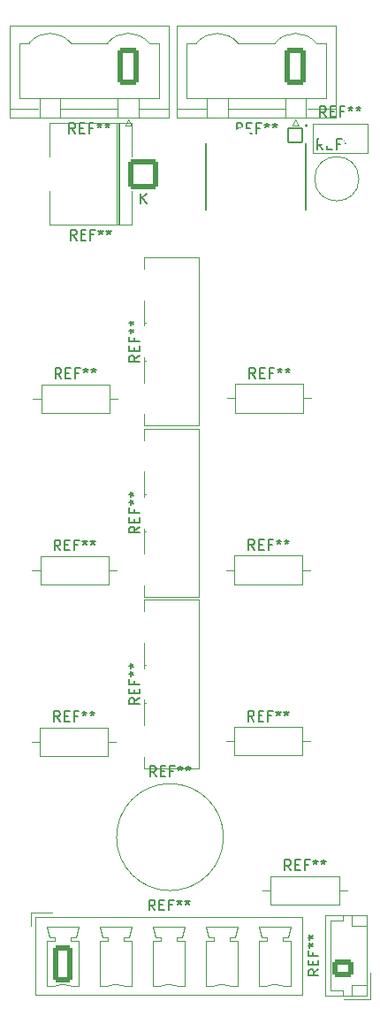
<source format=gbr>
G04 #@! TF.GenerationSoftware,KiCad,Pcbnew,9.0.3*
G04 #@! TF.CreationDate,2025-10-12T17:28:26-05:00*
G04 #@! TF.ProjectId,OSO-SWAT-C1,4f534f2d-5357-4415-942d-43312e6b6963,rev?*
G04 #@! TF.SameCoordinates,Original*
G04 #@! TF.FileFunction,Legend,Top*
G04 #@! TF.FilePolarity,Positive*
%FSLAX46Y46*%
G04 Gerber Fmt 4.6, Leading zero omitted, Abs format (unit mm)*
G04 Created by KiCad (PCBNEW 9.0.3) date 2025-10-12 17:28:26*
%MOMM*%
%LPD*%
G01*
G04 APERTURE LIST*
G04 Aperture macros list*
%AMRoundRect*
0 Rectangle with rounded corners*
0 $1 Rounding radius*
0 $2 $3 $4 $5 $6 $7 $8 $9 X,Y pos of 4 corners*
0 Add a 4 corners polygon primitive as box body*
4,1,4,$2,$3,$4,$5,$6,$7,$8,$9,$2,$3,0*
0 Add four circle primitives for the rounded corners*
1,1,$1+$1,$2,$3*
1,1,$1+$1,$4,$5*
1,1,$1+$1,$6,$7*
1,1,$1+$1,$8,$9*
0 Add four rect primitives between the rounded corners*
20,1,$1+$1,$2,$3,$4,$5,0*
20,1,$1+$1,$4,$5,$6,$7,0*
20,1,$1+$1,$6,$7,$8,$9,0*
20,1,$1+$1,$8,$9,$2,$3,0*%
G04 Aperture macros list end*
%ADD10C,0.150000*%
%ADD11C,0.120000*%
%ADD12C,0.127000*%
%ADD13C,0.200000*%
%ADD14C,1.600000*%
%ADD15O,2.000000X1.700000*%
%ADD16RoundRect,0.250000X0.750000X-0.600000X0.750000X0.600000X-0.750000X0.600000X-0.750000X-0.600000X0*%
%ADD17C,1.200000*%
%ADD18R,4.500000X2.500000*%
%ADD19O,4.500000X2.500000*%
%ADD20RoundRect,0.250000X-0.650000X-1.550000X0.650000X-1.550000X0.650000X1.550000X-0.650000X1.550000X0*%
%ADD21O,1.800000X3.600000*%
%ADD22RoundRect,0.250001X1.149999X1.149999X-1.149999X1.149999X-1.149999X-1.149999X1.149999X-1.149999X0*%
%ADD23C,2.800000*%
%ADD24RoundRect,0.250000X0.750000X1.550000X-0.750000X1.550000X-0.750000X-1.550000X0.750000X-1.550000X0*%
%ADD25O,2.000000X3.600000*%
%ADD26RoundRect,0.102000X-0.654000X0.654000X-0.654000X-0.654000X0.654000X-0.654000X0.654000X0.654000X0*%
%ADD27C,1.512000*%
G04 APERTURE END LIST*
D10*
X110736666Y-152554819D02*
X110403333Y-152078628D01*
X110165238Y-152554819D02*
X110165238Y-151554819D01*
X110165238Y-151554819D02*
X110546190Y-151554819D01*
X110546190Y-151554819D02*
X110641428Y-151602438D01*
X110641428Y-151602438D02*
X110689047Y-151650057D01*
X110689047Y-151650057D02*
X110736666Y-151745295D01*
X110736666Y-151745295D02*
X110736666Y-151888152D01*
X110736666Y-151888152D02*
X110689047Y-151983390D01*
X110689047Y-151983390D02*
X110641428Y-152031009D01*
X110641428Y-152031009D02*
X110546190Y-152078628D01*
X110546190Y-152078628D02*
X110165238Y-152078628D01*
X111165238Y-152031009D02*
X111498571Y-152031009D01*
X111641428Y-152554819D02*
X111165238Y-152554819D01*
X111165238Y-152554819D02*
X111165238Y-151554819D01*
X111165238Y-151554819D02*
X111641428Y-151554819D01*
X112403333Y-152031009D02*
X112070000Y-152031009D01*
X112070000Y-152554819D02*
X112070000Y-151554819D01*
X112070000Y-151554819D02*
X112546190Y-151554819D01*
X113070000Y-151554819D02*
X113070000Y-151792914D01*
X112831905Y-151697676D02*
X113070000Y-151792914D01*
X113070000Y-151792914D02*
X113308095Y-151697676D01*
X112927143Y-151983390D02*
X113070000Y-151792914D01*
X113070000Y-151792914D02*
X113212857Y-151983390D01*
X113831905Y-151554819D02*
X113831905Y-151792914D01*
X113593810Y-151697676D02*
X113831905Y-151792914D01*
X113831905Y-151792914D02*
X114070000Y-151697676D01*
X113689048Y-151983390D02*
X113831905Y-151792914D01*
X113831905Y-151792914D02*
X113974762Y-151983390D01*
X113384819Y-162053333D02*
X112908628Y-162386666D01*
X113384819Y-162624761D02*
X112384819Y-162624761D01*
X112384819Y-162624761D02*
X112384819Y-162243809D01*
X112384819Y-162243809D02*
X112432438Y-162148571D01*
X112432438Y-162148571D02*
X112480057Y-162100952D01*
X112480057Y-162100952D02*
X112575295Y-162053333D01*
X112575295Y-162053333D02*
X112718152Y-162053333D01*
X112718152Y-162053333D02*
X112813390Y-162100952D01*
X112813390Y-162100952D02*
X112861009Y-162148571D01*
X112861009Y-162148571D02*
X112908628Y-162243809D01*
X112908628Y-162243809D02*
X112908628Y-162624761D01*
X112861009Y-161624761D02*
X112861009Y-161291428D01*
X113384819Y-161148571D02*
X113384819Y-161624761D01*
X113384819Y-161624761D02*
X112384819Y-161624761D01*
X112384819Y-161624761D02*
X112384819Y-161148571D01*
X112861009Y-160386666D02*
X112861009Y-160719999D01*
X113384819Y-160719999D02*
X112384819Y-160719999D01*
X112384819Y-160719999D02*
X112384819Y-160243809D01*
X112384819Y-159719999D02*
X112622914Y-159719999D01*
X112527676Y-159958094D02*
X112622914Y-159719999D01*
X112622914Y-159719999D02*
X112527676Y-159481904D01*
X112813390Y-159862856D02*
X112622914Y-159719999D01*
X112622914Y-159719999D02*
X112813390Y-159577142D01*
X112384819Y-158958094D02*
X112622914Y-158958094D01*
X112527676Y-159196189D02*
X112622914Y-158958094D01*
X112622914Y-158958094D02*
X112527676Y-158719999D01*
X112813390Y-159100951D02*
X112622914Y-158958094D01*
X112622914Y-158958094D02*
X112813390Y-158815237D01*
X114101666Y-80424819D02*
X113768333Y-79948628D01*
X113530238Y-80424819D02*
X113530238Y-79424819D01*
X113530238Y-79424819D02*
X113911190Y-79424819D01*
X113911190Y-79424819D02*
X114006428Y-79472438D01*
X114006428Y-79472438D02*
X114054047Y-79520057D01*
X114054047Y-79520057D02*
X114101666Y-79615295D01*
X114101666Y-79615295D02*
X114101666Y-79758152D01*
X114101666Y-79758152D02*
X114054047Y-79853390D01*
X114054047Y-79853390D02*
X114006428Y-79901009D01*
X114006428Y-79901009D02*
X113911190Y-79948628D01*
X113911190Y-79948628D02*
X113530238Y-79948628D01*
X114530238Y-79901009D02*
X114863571Y-79901009D01*
X115006428Y-80424819D02*
X114530238Y-80424819D01*
X114530238Y-80424819D02*
X114530238Y-79424819D01*
X114530238Y-79424819D02*
X115006428Y-79424819D01*
X115768333Y-79901009D02*
X115435000Y-79901009D01*
X115435000Y-80424819D02*
X115435000Y-79424819D01*
X115435000Y-79424819D02*
X115911190Y-79424819D01*
X116435000Y-79424819D02*
X116435000Y-79662914D01*
X116196905Y-79567676D02*
X116435000Y-79662914D01*
X116435000Y-79662914D02*
X116673095Y-79567676D01*
X116292143Y-79853390D02*
X116435000Y-79662914D01*
X116435000Y-79662914D02*
X116577857Y-79853390D01*
X117196905Y-79424819D02*
X117196905Y-79662914D01*
X116958810Y-79567676D02*
X117196905Y-79662914D01*
X117196905Y-79662914D02*
X117435000Y-79567676D01*
X117054048Y-79853390D02*
X117196905Y-79662914D01*
X117196905Y-79662914D02*
X117339762Y-79853390D01*
X113791666Y-83554819D02*
X113458333Y-83078628D01*
X113220238Y-83554819D02*
X113220238Y-82554819D01*
X113220238Y-82554819D02*
X113601190Y-82554819D01*
X113601190Y-82554819D02*
X113696428Y-82602438D01*
X113696428Y-82602438D02*
X113744047Y-82650057D01*
X113744047Y-82650057D02*
X113791666Y-82745295D01*
X113791666Y-82745295D02*
X113791666Y-82888152D01*
X113791666Y-82888152D02*
X113744047Y-82983390D01*
X113744047Y-82983390D02*
X113696428Y-83031009D01*
X113696428Y-83031009D02*
X113601190Y-83078628D01*
X113601190Y-83078628D02*
X113220238Y-83078628D01*
X114220238Y-83031009D02*
X114553571Y-83031009D01*
X114696428Y-83554819D02*
X114220238Y-83554819D01*
X114220238Y-83554819D02*
X114220238Y-82554819D01*
X114220238Y-82554819D02*
X114696428Y-82554819D01*
X115458333Y-83031009D02*
X115125000Y-83031009D01*
X115125000Y-83554819D02*
X115125000Y-82554819D01*
X115125000Y-82554819D02*
X115601190Y-82554819D01*
X116125000Y-82554819D02*
X116125000Y-82792914D01*
X115886905Y-82697676D02*
X116125000Y-82792914D01*
X116125000Y-82792914D02*
X116363095Y-82697676D01*
X115982143Y-82983390D02*
X116125000Y-82792914D01*
X116125000Y-82792914D02*
X116267857Y-82983390D01*
X116886905Y-82554819D02*
X116886905Y-82792914D01*
X116648810Y-82697676D02*
X116886905Y-82792914D01*
X116886905Y-82792914D02*
X117125000Y-82697676D01*
X116744048Y-82983390D02*
X116886905Y-82792914D01*
X116886905Y-82792914D02*
X117029762Y-82983390D01*
X96239819Y-103263333D02*
X95763628Y-103596666D01*
X96239819Y-103834761D02*
X95239819Y-103834761D01*
X95239819Y-103834761D02*
X95239819Y-103453809D01*
X95239819Y-103453809D02*
X95287438Y-103358571D01*
X95287438Y-103358571D02*
X95335057Y-103310952D01*
X95335057Y-103310952D02*
X95430295Y-103263333D01*
X95430295Y-103263333D02*
X95573152Y-103263333D01*
X95573152Y-103263333D02*
X95668390Y-103310952D01*
X95668390Y-103310952D02*
X95716009Y-103358571D01*
X95716009Y-103358571D02*
X95763628Y-103453809D01*
X95763628Y-103453809D02*
X95763628Y-103834761D01*
X95716009Y-102834761D02*
X95716009Y-102501428D01*
X96239819Y-102358571D02*
X96239819Y-102834761D01*
X96239819Y-102834761D02*
X95239819Y-102834761D01*
X95239819Y-102834761D02*
X95239819Y-102358571D01*
X95716009Y-101596666D02*
X95716009Y-101929999D01*
X96239819Y-101929999D02*
X95239819Y-101929999D01*
X95239819Y-101929999D02*
X95239819Y-101453809D01*
X95239819Y-100929999D02*
X95477914Y-100929999D01*
X95382676Y-101168094D02*
X95477914Y-100929999D01*
X95477914Y-100929999D02*
X95382676Y-100691904D01*
X95668390Y-101072856D02*
X95477914Y-100929999D01*
X95477914Y-100929999D02*
X95668390Y-100787142D01*
X95239819Y-100168094D02*
X95477914Y-100168094D01*
X95382676Y-100406189D02*
X95477914Y-100168094D01*
X95477914Y-100168094D02*
X95382676Y-99929999D01*
X95668390Y-100310951D02*
X95477914Y-100168094D01*
X95477914Y-100168094D02*
X95668390Y-100025237D01*
X88651666Y-121924819D02*
X88318333Y-121448628D01*
X88080238Y-121924819D02*
X88080238Y-120924819D01*
X88080238Y-120924819D02*
X88461190Y-120924819D01*
X88461190Y-120924819D02*
X88556428Y-120972438D01*
X88556428Y-120972438D02*
X88604047Y-121020057D01*
X88604047Y-121020057D02*
X88651666Y-121115295D01*
X88651666Y-121115295D02*
X88651666Y-121258152D01*
X88651666Y-121258152D02*
X88604047Y-121353390D01*
X88604047Y-121353390D02*
X88556428Y-121401009D01*
X88556428Y-121401009D02*
X88461190Y-121448628D01*
X88461190Y-121448628D02*
X88080238Y-121448628D01*
X89080238Y-121401009D02*
X89413571Y-121401009D01*
X89556428Y-121924819D02*
X89080238Y-121924819D01*
X89080238Y-121924819D02*
X89080238Y-120924819D01*
X89080238Y-120924819D02*
X89556428Y-120924819D01*
X90318333Y-121401009D02*
X89985000Y-121401009D01*
X89985000Y-121924819D02*
X89985000Y-120924819D01*
X89985000Y-120924819D02*
X90461190Y-120924819D01*
X90985000Y-120924819D02*
X90985000Y-121162914D01*
X90746905Y-121067676D02*
X90985000Y-121162914D01*
X90985000Y-121162914D02*
X91223095Y-121067676D01*
X90842143Y-121353390D02*
X90985000Y-121162914D01*
X90985000Y-121162914D02*
X91127857Y-121353390D01*
X91746905Y-120924819D02*
X91746905Y-121162914D01*
X91508810Y-121067676D02*
X91746905Y-121162914D01*
X91746905Y-121162914D02*
X91985000Y-121067676D01*
X91604048Y-121353390D02*
X91746905Y-121162914D01*
X91746905Y-121162914D02*
X91889762Y-121353390D01*
X107201666Y-138284819D02*
X106868333Y-137808628D01*
X106630238Y-138284819D02*
X106630238Y-137284819D01*
X106630238Y-137284819D02*
X107011190Y-137284819D01*
X107011190Y-137284819D02*
X107106428Y-137332438D01*
X107106428Y-137332438D02*
X107154047Y-137380057D01*
X107154047Y-137380057D02*
X107201666Y-137475295D01*
X107201666Y-137475295D02*
X107201666Y-137618152D01*
X107201666Y-137618152D02*
X107154047Y-137713390D01*
X107154047Y-137713390D02*
X107106428Y-137761009D01*
X107106428Y-137761009D02*
X107011190Y-137808628D01*
X107011190Y-137808628D02*
X106630238Y-137808628D01*
X107630238Y-137761009D02*
X107963571Y-137761009D01*
X108106428Y-138284819D02*
X107630238Y-138284819D01*
X107630238Y-138284819D02*
X107630238Y-137284819D01*
X107630238Y-137284819D02*
X108106428Y-137284819D01*
X108868333Y-137761009D02*
X108535000Y-137761009D01*
X108535000Y-138284819D02*
X108535000Y-137284819D01*
X108535000Y-137284819D02*
X109011190Y-137284819D01*
X109535000Y-137284819D02*
X109535000Y-137522914D01*
X109296905Y-137427676D02*
X109535000Y-137522914D01*
X109535000Y-137522914D02*
X109773095Y-137427676D01*
X109392143Y-137713390D02*
X109535000Y-137522914D01*
X109535000Y-137522914D02*
X109677857Y-137713390D01*
X110296905Y-137284819D02*
X110296905Y-137522914D01*
X110058810Y-137427676D02*
X110296905Y-137522914D01*
X110296905Y-137522914D02*
X110535000Y-137427676D01*
X110154048Y-137713390D02*
X110296905Y-137522914D01*
X110296905Y-137522914D02*
X110439762Y-137713390D01*
X88741666Y-105484819D02*
X88408333Y-105008628D01*
X88170238Y-105484819D02*
X88170238Y-104484819D01*
X88170238Y-104484819D02*
X88551190Y-104484819D01*
X88551190Y-104484819D02*
X88646428Y-104532438D01*
X88646428Y-104532438D02*
X88694047Y-104580057D01*
X88694047Y-104580057D02*
X88741666Y-104675295D01*
X88741666Y-104675295D02*
X88741666Y-104818152D01*
X88741666Y-104818152D02*
X88694047Y-104913390D01*
X88694047Y-104913390D02*
X88646428Y-104961009D01*
X88646428Y-104961009D02*
X88551190Y-105008628D01*
X88551190Y-105008628D02*
X88170238Y-105008628D01*
X89170238Y-104961009D02*
X89503571Y-104961009D01*
X89646428Y-105484819D02*
X89170238Y-105484819D01*
X89170238Y-105484819D02*
X89170238Y-104484819D01*
X89170238Y-104484819D02*
X89646428Y-104484819D01*
X90408333Y-104961009D02*
X90075000Y-104961009D01*
X90075000Y-105484819D02*
X90075000Y-104484819D01*
X90075000Y-104484819D02*
X90551190Y-104484819D01*
X91075000Y-104484819D02*
X91075000Y-104722914D01*
X90836905Y-104627676D02*
X91075000Y-104722914D01*
X91075000Y-104722914D02*
X91313095Y-104627676D01*
X90932143Y-104913390D02*
X91075000Y-104722914D01*
X91075000Y-104722914D02*
X91217857Y-104913390D01*
X91836905Y-104484819D02*
X91836905Y-104722914D01*
X91598810Y-104627676D02*
X91836905Y-104722914D01*
X91836905Y-104722914D02*
X92075000Y-104627676D01*
X91694048Y-104913390D02*
X91836905Y-104722914D01*
X91836905Y-104722914D02*
X91979762Y-104913390D01*
X97714166Y-156392319D02*
X97380833Y-155916128D01*
X97142738Y-156392319D02*
X97142738Y-155392319D01*
X97142738Y-155392319D02*
X97523690Y-155392319D01*
X97523690Y-155392319D02*
X97618928Y-155439938D01*
X97618928Y-155439938D02*
X97666547Y-155487557D01*
X97666547Y-155487557D02*
X97714166Y-155582795D01*
X97714166Y-155582795D02*
X97714166Y-155725652D01*
X97714166Y-155725652D02*
X97666547Y-155820890D01*
X97666547Y-155820890D02*
X97618928Y-155868509D01*
X97618928Y-155868509D02*
X97523690Y-155916128D01*
X97523690Y-155916128D02*
X97142738Y-155916128D01*
X98142738Y-155868509D02*
X98476071Y-155868509D01*
X98618928Y-156392319D02*
X98142738Y-156392319D01*
X98142738Y-156392319D02*
X98142738Y-155392319D01*
X98142738Y-155392319D02*
X98618928Y-155392319D01*
X99380833Y-155868509D02*
X99047500Y-155868509D01*
X99047500Y-156392319D02*
X99047500Y-155392319D01*
X99047500Y-155392319D02*
X99523690Y-155392319D01*
X100047500Y-155392319D02*
X100047500Y-155630414D01*
X99809405Y-155535176D02*
X100047500Y-155630414D01*
X100047500Y-155630414D02*
X100285595Y-155535176D01*
X99904643Y-155820890D02*
X100047500Y-155630414D01*
X100047500Y-155630414D02*
X100190357Y-155820890D01*
X100809405Y-155392319D02*
X100809405Y-155630414D01*
X100571310Y-155535176D02*
X100809405Y-155630414D01*
X100809405Y-155630414D02*
X101047500Y-155535176D01*
X100666548Y-155820890D02*
X100809405Y-155630414D01*
X100809405Y-155630414D02*
X100952262Y-155820890D01*
X90186666Y-92219819D02*
X89853333Y-91743628D01*
X89615238Y-92219819D02*
X89615238Y-91219819D01*
X89615238Y-91219819D02*
X89996190Y-91219819D01*
X89996190Y-91219819D02*
X90091428Y-91267438D01*
X90091428Y-91267438D02*
X90139047Y-91315057D01*
X90139047Y-91315057D02*
X90186666Y-91410295D01*
X90186666Y-91410295D02*
X90186666Y-91553152D01*
X90186666Y-91553152D02*
X90139047Y-91648390D01*
X90139047Y-91648390D02*
X90091428Y-91696009D01*
X90091428Y-91696009D02*
X89996190Y-91743628D01*
X89996190Y-91743628D02*
X89615238Y-91743628D01*
X90615238Y-91696009D02*
X90948571Y-91696009D01*
X91091428Y-92219819D02*
X90615238Y-92219819D01*
X90615238Y-92219819D02*
X90615238Y-91219819D01*
X90615238Y-91219819D02*
X91091428Y-91219819D01*
X91853333Y-91696009D02*
X91520000Y-91696009D01*
X91520000Y-92219819D02*
X91520000Y-91219819D01*
X91520000Y-91219819D02*
X91996190Y-91219819D01*
X92520000Y-91219819D02*
X92520000Y-91457914D01*
X92281905Y-91362676D02*
X92520000Y-91457914D01*
X92520000Y-91457914D02*
X92758095Y-91362676D01*
X92377143Y-91648390D02*
X92520000Y-91457914D01*
X92520000Y-91457914D02*
X92662857Y-91648390D01*
X93281905Y-91219819D02*
X93281905Y-91457914D01*
X93043810Y-91362676D02*
X93281905Y-91457914D01*
X93281905Y-91457914D02*
X93520000Y-91362676D01*
X93139048Y-91648390D02*
X93281905Y-91457914D01*
X93281905Y-91457914D02*
X93424762Y-91648390D01*
X96338095Y-88734819D02*
X96338095Y-87734819D01*
X96909523Y-88734819D02*
X96480952Y-88163390D01*
X96909523Y-87734819D02*
X96338095Y-88306247D01*
X96239819Y-119663333D02*
X95763628Y-119996666D01*
X96239819Y-120234761D02*
X95239819Y-120234761D01*
X95239819Y-120234761D02*
X95239819Y-119853809D01*
X95239819Y-119853809D02*
X95287438Y-119758571D01*
X95287438Y-119758571D02*
X95335057Y-119710952D01*
X95335057Y-119710952D02*
X95430295Y-119663333D01*
X95430295Y-119663333D02*
X95573152Y-119663333D01*
X95573152Y-119663333D02*
X95668390Y-119710952D01*
X95668390Y-119710952D02*
X95716009Y-119758571D01*
X95716009Y-119758571D02*
X95763628Y-119853809D01*
X95763628Y-119853809D02*
X95763628Y-120234761D01*
X95716009Y-119234761D02*
X95716009Y-118901428D01*
X96239819Y-118758571D02*
X96239819Y-119234761D01*
X96239819Y-119234761D02*
X95239819Y-119234761D01*
X95239819Y-119234761D02*
X95239819Y-118758571D01*
X95716009Y-117996666D02*
X95716009Y-118329999D01*
X96239819Y-118329999D02*
X95239819Y-118329999D01*
X95239819Y-118329999D02*
X95239819Y-117853809D01*
X95239819Y-117329999D02*
X95477914Y-117329999D01*
X95382676Y-117568094D02*
X95477914Y-117329999D01*
X95477914Y-117329999D02*
X95382676Y-117091904D01*
X95668390Y-117472856D02*
X95477914Y-117329999D01*
X95477914Y-117329999D02*
X95668390Y-117187142D01*
X95239819Y-116568094D02*
X95477914Y-116568094D01*
X95382676Y-116806189D02*
X95477914Y-116568094D01*
X95477914Y-116568094D02*
X95382676Y-116329999D01*
X95668390Y-116710951D02*
X95477914Y-116568094D01*
X95477914Y-116568094D02*
X95668390Y-116425237D01*
X96239819Y-136063333D02*
X95763628Y-136396666D01*
X96239819Y-136634761D02*
X95239819Y-136634761D01*
X95239819Y-136634761D02*
X95239819Y-136253809D01*
X95239819Y-136253809D02*
X95287438Y-136158571D01*
X95287438Y-136158571D02*
X95335057Y-136110952D01*
X95335057Y-136110952D02*
X95430295Y-136063333D01*
X95430295Y-136063333D02*
X95573152Y-136063333D01*
X95573152Y-136063333D02*
X95668390Y-136110952D01*
X95668390Y-136110952D02*
X95716009Y-136158571D01*
X95716009Y-136158571D02*
X95763628Y-136253809D01*
X95763628Y-136253809D02*
X95763628Y-136634761D01*
X95716009Y-135634761D02*
X95716009Y-135301428D01*
X96239819Y-135158571D02*
X96239819Y-135634761D01*
X96239819Y-135634761D02*
X95239819Y-135634761D01*
X95239819Y-135634761D02*
X95239819Y-135158571D01*
X95716009Y-134396666D02*
X95716009Y-134729999D01*
X96239819Y-134729999D02*
X95239819Y-134729999D01*
X95239819Y-134729999D02*
X95239819Y-134253809D01*
X95239819Y-133729999D02*
X95477914Y-133729999D01*
X95382676Y-133968094D02*
X95477914Y-133729999D01*
X95477914Y-133729999D02*
X95382676Y-133491904D01*
X95668390Y-133872856D02*
X95477914Y-133729999D01*
X95477914Y-133729999D02*
X95668390Y-133587142D01*
X95239819Y-132968094D02*
X95477914Y-132968094D01*
X95382676Y-133206189D02*
X95477914Y-132968094D01*
X95477914Y-132968094D02*
X95382676Y-132729999D01*
X95668390Y-133110951D02*
X95477914Y-132968094D01*
X95477914Y-132968094D02*
X95668390Y-132825237D01*
X106096666Y-82024819D02*
X105763333Y-81548628D01*
X105525238Y-82024819D02*
X105525238Y-81024819D01*
X105525238Y-81024819D02*
X105906190Y-81024819D01*
X105906190Y-81024819D02*
X106001428Y-81072438D01*
X106001428Y-81072438D02*
X106049047Y-81120057D01*
X106049047Y-81120057D02*
X106096666Y-81215295D01*
X106096666Y-81215295D02*
X106096666Y-81358152D01*
X106096666Y-81358152D02*
X106049047Y-81453390D01*
X106049047Y-81453390D02*
X106001428Y-81501009D01*
X106001428Y-81501009D02*
X105906190Y-81548628D01*
X105906190Y-81548628D02*
X105525238Y-81548628D01*
X106525238Y-81501009D02*
X106858571Y-81501009D01*
X107001428Y-82024819D02*
X106525238Y-82024819D01*
X106525238Y-82024819D02*
X106525238Y-81024819D01*
X106525238Y-81024819D02*
X107001428Y-81024819D01*
X107763333Y-81501009D02*
X107430000Y-81501009D01*
X107430000Y-82024819D02*
X107430000Y-81024819D01*
X107430000Y-81024819D02*
X107906190Y-81024819D01*
X108430000Y-81024819D02*
X108430000Y-81262914D01*
X108191905Y-81167676D02*
X108430000Y-81262914D01*
X108430000Y-81262914D02*
X108668095Y-81167676D01*
X108287143Y-81453390D02*
X108430000Y-81262914D01*
X108430000Y-81262914D02*
X108572857Y-81453390D01*
X109191905Y-81024819D02*
X109191905Y-81262914D01*
X108953810Y-81167676D02*
X109191905Y-81262914D01*
X109191905Y-81262914D02*
X109430000Y-81167676D01*
X109049048Y-81453390D02*
X109191905Y-81262914D01*
X109191905Y-81262914D02*
X109334762Y-81453390D01*
X107331666Y-105444819D02*
X106998333Y-104968628D01*
X106760238Y-105444819D02*
X106760238Y-104444819D01*
X106760238Y-104444819D02*
X107141190Y-104444819D01*
X107141190Y-104444819D02*
X107236428Y-104492438D01*
X107236428Y-104492438D02*
X107284047Y-104540057D01*
X107284047Y-104540057D02*
X107331666Y-104635295D01*
X107331666Y-104635295D02*
X107331666Y-104778152D01*
X107331666Y-104778152D02*
X107284047Y-104873390D01*
X107284047Y-104873390D02*
X107236428Y-104921009D01*
X107236428Y-104921009D02*
X107141190Y-104968628D01*
X107141190Y-104968628D02*
X106760238Y-104968628D01*
X107760238Y-104921009D02*
X108093571Y-104921009D01*
X108236428Y-105444819D02*
X107760238Y-105444819D01*
X107760238Y-105444819D02*
X107760238Y-104444819D01*
X107760238Y-104444819D02*
X108236428Y-104444819D01*
X108998333Y-104921009D02*
X108665000Y-104921009D01*
X108665000Y-105444819D02*
X108665000Y-104444819D01*
X108665000Y-104444819D02*
X109141190Y-104444819D01*
X109665000Y-104444819D02*
X109665000Y-104682914D01*
X109426905Y-104587676D02*
X109665000Y-104682914D01*
X109665000Y-104682914D02*
X109903095Y-104587676D01*
X109522143Y-104873390D02*
X109665000Y-104682914D01*
X109665000Y-104682914D02*
X109807857Y-104873390D01*
X110426905Y-104444819D02*
X110426905Y-104682914D01*
X110188810Y-104587676D02*
X110426905Y-104682914D01*
X110426905Y-104682914D02*
X110665000Y-104587676D01*
X110284048Y-104873390D02*
X110426905Y-104682914D01*
X110426905Y-104682914D02*
X110569762Y-104873390D01*
X107241666Y-121884819D02*
X106908333Y-121408628D01*
X106670238Y-121884819D02*
X106670238Y-120884819D01*
X106670238Y-120884819D02*
X107051190Y-120884819D01*
X107051190Y-120884819D02*
X107146428Y-120932438D01*
X107146428Y-120932438D02*
X107194047Y-120980057D01*
X107194047Y-120980057D02*
X107241666Y-121075295D01*
X107241666Y-121075295D02*
X107241666Y-121218152D01*
X107241666Y-121218152D02*
X107194047Y-121313390D01*
X107194047Y-121313390D02*
X107146428Y-121361009D01*
X107146428Y-121361009D02*
X107051190Y-121408628D01*
X107051190Y-121408628D02*
X106670238Y-121408628D01*
X107670238Y-121361009D02*
X108003571Y-121361009D01*
X108146428Y-121884819D02*
X107670238Y-121884819D01*
X107670238Y-121884819D02*
X107670238Y-120884819D01*
X107670238Y-120884819D02*
X108146428Y-120884819D01*
X108908333Y-121361009D02*
X108575000Y-121361009D01*
X108575000Y-121884819D02*
X108575000Y-120884819D01*
X108575000Y-120884819D02*
X109051190Y-120884819D01*
X109575000Y-120884819D02*
X109575000Y-121122914D01*
X109336905Y-121027676D02*
X109575000Y-121122914D01*
X109575000Y-121122914D02*
X109813095Y-121027676D01*
X109432143Y-121313390D02*
X109575000Y-121122914D01*
X109575000Y-121122914D02*
X109717857Y-121313390D01*
X110336905Y-120884819D02*
X110336905Y-121122914D01*
X110098810Y-121027676D02*
X110336905Y-121122914D01*
X110336905Y-121122914D02*
X110575000Y-121027676D01*
X110194048Y-121313390D02*
X110336905Y-121122914D01*
X110336905Y-121122914D02*
X110479762Y-121313390D01*
X97816666Y-143584819D02*
X97483333Y-143108628D01*
X97245238Y-143584819D02*
X97245238Y-142584819D01*
X97245238Y-142584819D02*
X97626190Y-142584819D01*
X97626190Y-142584819D02*
X97721428Y-142632438D01*
X97721428Y-142632438D02*
X97769047Y-142680057D01*
X97769047Y-142680057D02*
X97816666Y-142775295D01*
X97816666Y-142775295D02*
X97816666Y-142918152D01*
X97816666Y-142918152D02*
X97769047Y-143013390D01*
X97769047Y-143013390D02*
X97721428Y-143061009D01*
X97721428Y-143061009D02*
X97626190Y-143108628D01*
X97626190Y-143108628D02*
X97245238Y-143108628D01*
X98245238Y-143061009D02*
X98578571Y-143061009D01*
X98721428Y-143584819D02*
X98245238Y-143584819D01*
X98245238Y-143584819D02*
X98245238Y-142584819D01*
X98245238Y-142584819D02*
X98721428Y-142584819D01*
X99483333Y-143061009D02*
X99150000Y-143061009D01*
X99150000Y-143584819D02*
X99150000Y-142584819D01*
X99150000Y-142584819D02*
X99626190Y-142584819D01*
X100150000Y-142584819D02*
X100150000Y-142822914D01*
X99911905Y-142727676D02*
X100150000Y-142822914D01*
X100150000Y-142822914D02*
X100388095Y-142727676D01*
X100007143Y-143013390D02*
X100150000Y-142822914D01*
X100150000Y-142822914D02*
X100292857Y-143013390D01*
X100911905Y-142584819D02*
X100911905Y-142822914D01*
X100673810Y-142727676D02*
X100911905Y-142822914D01*
X100911905Y-142822914D02*
X101150000Y-142727676D01*
X100769048Y-143013390D02*
X100911905Y-142822914D01*
X100911905Y-142822914D02*
X101054762Y-143013390D01*
X88611666Y-138324819D02*
X88278333Y-137848628D01*
X88040238Y-138324819D02*
X88040238Y-137324819D01*
X88040238Y-137324819D02*
X88421190Y-137324819D01*
X88421190Y-137324819D02*
X88516428Y-137372438D01*
X88516428Y-137372438D02*
X88564047Y-137420057D01*
X88564047Y-137420057D02*
X88611666Y-137515295D01*
X88611666Y-137515295D02*
X88611666Y-137658152D01*
X88611666Y-137658152D02*
X88564047Y-137753390D01*
X88564047Y-137753390D02*
X88516428Y-137801009D01*
X88516428Y-137801009D02*
X88421190Y-137848628D01*
X88421190Y-137848628D02*
X88040238Y-137848628D01*
X89040238Y-137801009D02*
X89373571Y-137801009D01*
X89516428Y-138324819D02*
X89040238Y-138324819D01*
X89040238Y-138324819D02*
X89040238Y-137324819D01*
X89040238Y-137324819D02*
X89516428Y-137324819D01*
X90278333Y-137801009D02*
X89945000Y-137801009D01*
X89945000Y-138324819D02*
X89945000Y-137324819D01*
X89945000Y-137324819D02*
X90421190Y-137324819D01*
X90945000Y-137324819D02*
X90945000Y-137562914D01*
X90706905Y-137467676D02*
X90945000Y-137562914D01*
X90945000Y-137562914D02*
X91183095Y-137467676D01*
X90802143Y-137753390D02*
X90945000Y-137562914D01*
X90945000Y-137562914D02*
X91087857Y-137753390D01*
X91706905Y-137324819D02*
X91706905Y-137562914D01*
X91468810Y-137467676D02*
X91706905Y-137562914D01*
X91706905Y-137562914D02*
X91945000Y-137467676D01*
X91564048Y-137753390D02*
X91706905Y-137562914D01*
X91706905Y-137562914D02*
X91849762Y-137753390D01*
X90066666Y-82012319D02*
X89733333Y-81536128D01*
X89495238Y-82012319D02*
X89495238Y-81012319D01*
X89495238Y-81012319D02*
X89876190Y-81012319D01*
X89876190Y-81012319D02*
X89971428Y-81059938D01*
X89971428Y-81059938D02*
X90019047Y-81107557D01*
X90019047Y-81107557D02*
X90066666Y-81202795D01*
X90066666Y-81202795D02*
X90066666Y-81345652D01*
X90066666Y-81345652D02*
X90019047Y-81440890D01*
X90019047Y-81440890D02*
X89971428Y-81488509D01*
X89971428Y-81488509D02*
X89876190Y-81536128D01*
X89876190Y-81536128D02*
X89495238Y-81536128D01*
X90495238Y-81488509D02*
X90828571Y-81488509D01*
X90971428Y-82012319D02*
X90495238Y-82012319D01*
X90495238Y-82012319D02*
X90495238Y-81012319D01*
X90495238Y-81012319D02*
X90971428Y-81012319D01*
X91733333Y-81488509D02*
X91400000Y-81488509D01*
X91400000Y-82012319D02*
X91400000Y-81012319D01*
X91400000Y-81012319D02*
X91876190Y-81012319D01*
X92400000Y-81012319D02*
X92400000Y-81250414D01*
X92161905Y-81155176D02*
X92400000Y-81250414D01*
X92400000Y-81250414D02*
X92638095Y-81155176D01*
X92257143Y-81440890D02*
X92400000Y-81250414D01*
X92400000Y-81250414D02*
X92542857Y-81440890D01*
X93161905Y-81012319D02*
X93161905Y-81250414D01*
X92923810Y-81155176D02*
X93161905Y-81250414D01*
X93161905Y-81250414D02*
X93400000Y-81155176D01*
X93019048Y-81440890D02*
X93161905Y-81250414D01*
X93161905Y-81250414D02*
X93304762Y-81440890D01*
D11*
G04 #@! TO.C,REF\u002A\u002A*
X108030000Y-154470000D02*
X108800000Y-154470000D01*
X116110000Y-154470000D02*
X115340000Y-154470000D01*
X108800000Y-153100000D02*
X115340000Y-153100000D01*
X115340000Y-155840000D01*
X108800000Y-155840000D01*
X108800000Y-153100000D01*
X118040000Y-156860000D02*
X114020000Y-156860000D01*
X116540000Y-156860000D02*
X116540000Y-157860000D01*
X114020000Y-156860000D02*
X114020000Y-164580000D01*
X115730000Y-157360000D02*
X115730000Y-156860000D01*
X114520000Y-157360000D02*
X115730000Y-157360000D01*
X116540000Y-157860000D02*
X118040000Y-157860000D01*
X116540000Y-163580000D02*
X118040000Y-163580000D01*
X115730000Y-164080000D02*
X114520000Y-164080000D01*
X114520000Y-164080000D02*
X114520000Y-157360000D01*
X118040000Y-164580000D02*
X118040000Y-156860000D01*
X116540000Y-164580000D02*
X116540000Y-163580000D01*
X115730000Y-164580000D02*
X115730000Y-164080000D01*
X114020000Y-164580000D02*
X118040000Y-164580000D01*
X118340000Y-164880000D02*
X118340000Y-162380000D01*
X115840000Y-164880000D02*
X118340000Y-164880000D01*
X118055000Y-83840000D02*
X112815000Y-83840000D01*
X118055000Y-81100000D02*
X118055000Y-83840000D01*
X112815000Y-83840000D02*
X112815000Y-81100000D01*
X112815000Y-81100000D02*
X118055000Y-81100000D01*
X117245000Y-86350000D02*
G75*
G02*
X113005000Y-86350000I-2120000J0D01*
G01*
X113005000Y-86350000D02*
G75*
G02*
X117245000Y-86350000I2120000J0D01*
G01*
X96625000Y-93870000D02*
X101875000Y-93870000D01*
X96625000Y-94970000D02*
X96625000Y-93870000D01*
X96625000Y-100125000D02*
X96845000Y-100125000D01*
X96625000Y-100420000D02*
X96625000Y-97990000D01*
X96625000Y-103735000D02*
X96845000Y-103735000D01*
X96625000Y-105870000D02*
X96625000Y-103440000D01*
X96625000Y-109990000D02*
X96625000Y-108890000D01*
X101875000Y-93870000D02*
X101875000Y-109990000D01*
X101875000Y-109990000D02*
X96625000Y-109990000D01*
X85945000Y-123840000D02*
X86715000Y-123840000D01*
X94025000Y-123840000D02*
X93255000Y-123840000D01*
X86715000Y-122470000D02*
X93255000Y-122470000D01*
X93255000Y-125210000D01*
X86715000Y-125210000D01*
X86715000Y-122470000D01*
X104495000Y-140200000D02*
X105265000Y-140200000D01*
X112575000Y-140200000D02*
X111805000Y-140200000D01*
X105265000Y-138830000D02*
X111805000Y-138830000D01*
X111805000Y-141570000D01*
X105265000Y-141570000D01*
X105265000Y-138830000D01*
X86035000Y-107400000D02*
X86805000Y-107400000D01*
X94115000Y-107400000D02*
X93345000Y-107400000D01*
X86805000Y-106030000D02*
X93345000Y-106030000D01*
X93345000Y-108770000D01*
X86805000Y-108770000D01*
X86805000Y-106030000D01*
X85847500Y-156637500D02*
X87847500Y-156637500D01*
X85847500Y-157887500D02*
X85847500Y-156637500D01*
X86237500Y-157027500D02*
X86237500Y-164497500D01*
X86237500Y-164497500D02*
X111857500Y-164497500D01*
X87387500Y-157987500D02*
X90387500Y-157987500D01*
X87387500Y-159337500D02*
X88137500Y-159337500D01*
X87387500Y-163637500D02*
X87387500Y-159337500D01*
X87637500Y-158987500D02*
X87387500Y-157987500D01*
X88137500Y-158987500D02*
X87637500Y-158987500D01*
X88137500Y-159337500D02*
X88137500Y-158987500D01*
X88137500Y-163637500D02*
X87387500Y-163637500D01*
X89637500Y-158987500D02*
X89637500Y-159337500D01*
X89637500Y-159337500D02*
X90387500Y-159337500D01*
X90137500Y-158987500D02*
X89637500Y-158987500D01*
X90387500Y-157987500D02*
X90137500Y-158987500D01*
X90387500Y-159337500D02*
X90387500Y-163637500D01*
X90387500Y-163637500D02*
X89637500Y-163637500D01*
X92467500Y-157987500D02*
X95467500Y-157987500D01*
X92467500Y-159337500D02*
X93217500Y-159337500D01*
X92467500Y-163637500D02*
X92467500Y-159337500D01*
X92717500Y-158987500D02*
X92467500Y-157987500D01*
X93217500Y-158987500D02*
X92717500Y-158987500D01*
X93217500Y-159337500D02*
X93217500Y-158987500D01*
X93217500Y-163637500D02*
X92467500Y-163637500D01*
X94717500Y-158987500D02*
X94717500Y-159337500D01*
X94717500Y-159337500D02*
X95467500Y-159337500D01*
X95217500Y-158987500D02*
X94717500Y-158987500D01*
X95467500Y-157987500D02*
X95217500Y-158987500D01*
X95467500Y-159337500D02*
X95467500Y-163637500D01*
X95467500Y-163637500D02*
X94717500Y-163637500D01*
X97547500Y-157987500D02*
X100547500Y-157987500D01*
X97547500Y-159337500D02*
X98297500Y-159337500D01*
X97547500Y-163637500D02*
X97547500Y-159337500D01*
X97797500Y-158987500D02*
X97547500Y-157987500D01*
X98297500Y-158987500D02*
X97797500Y-158987500D01*
X98297500Y-159337500D02*
X98297500Y-158987500D01*
X98297500Y-163637500D02*
X97547500Y-163637500D01*
X99797500Y-158987500D02*
X99797500Y-159337500D01*
X99797500Y-159337500D02*
X100547500Y-159337500D01*
X100297500Y-158987500D02*
X99797500Y-158987500D01*
X100547500Y-157987500D02*
X100297500Y-158987500D01*
X100547500Y-159337500D02*
X100547500Y-163637500D01*
X100547500Y-163637500D02*
X99797500Y-163637500D01*
X102627500Y-157987500D02*
X105627500Y-157987500D01*
X102627500Y-159337500D02*
X103377500Y-159337500D01*
X102627500Y-163637500D02*
X102627500Y-159337500D01*
X102877500Y-158987500D02*
X102627500Y-157987500D01*
X103377500Y-158987500D02*
X102877500Y-158987500D01*
X103377500Y-159337500D02*
X103377500Y-158987500D01*
X103377500Y-163637500D02*
X102627500Y-163637500D01*
X104877500Y-158987500D02*
X104877500Y-159337500D01*
X104877500Y-159337500D02*
X105627500Y-159337500D01*
X105377500Y-158987500D02*
X104877500Y-158987500D01*
X105627500Y-157987500D02*
X105377500Y-158987500D01*
X105627500Y-159337500D02*
X105627500Y-163637500D01*
X105627500Y-163637500D02*
X104877500Y-163637500D01*
X107707500Y-157987500D02*
X110707500Y-157987500D01*
X107707500Y-159337500D02*
X108457500Y-159337500D01*
X107707500Y-163637500D02*
X107707500Y-159337500D01*
X107957500Y-158987500D02*
X107707500Y-157987500D01*
X108457500Y-158987500D02*
X107957500Y-158987500D01*
X108457500Y-159337500D02*
X108457500Y-158987500D01*
X108457500Y-163637500D02*
X107707500Y-163637500D01*
X109957500Y-158987500D02*
X109957500Y-159337500D01*
X109957500Y-159337500D02*
X110707500Y-159337500D01*
X110457500Y-158987500D02*
X109957500Y-158987500D01*
X110707500Y-157987500D02*
X110457500Y-158987500D01*
X110707500Y-159337500D02*
X110707500Y-163637500D01*
X110707500Y-163637500D02*
X109957500Y-163637500D01*
X111857500Y-157027500D02*
X86237500Y-157027500D01*
X111857500Y-164497500D02*
X111857500Y-157027500D01*
X88137500Y-163637500D02*
G75*
G02*
X89637147Y-163637344I750000J-1700000D01*
G01*
X93217500Y-163637500D02*
G75*
G02*
X94717147Y-163637344I750000J-1700000D01*
G01*
X98297500Y-163637500D02*
G75*
G02*
X99797147Y-163637344I750000J-1700000D01*
G01*
X103377500Y-163637500D02*
G75*
G02*
X104877147Y-163637344I750000J-1700000D01*
G01*
X108457500Y-163637500D02*
G75*
G02*
X109957147Y-163637344I750000J-1700000D01*
G01*
X87590000Y-80995000D02*
X87590000Y-84240000D01*
X87590000Y-90765000D02*
X87590000Y-87520000D01*
X94067000Y-90765000D02*
X94067000Y-80995000D01*
X94187000Y-90765000D02*
X94187000Y-80995000D01*
X94307000Y-90765000D02*
X94307000Y-80995000D01*
X95450000Y-80995000D02*
X87590000Y-80995000D01*
X95450000Y-84240000D02*
X95450000Y-80995000D01*
X95450000Y-87520000D02*
X95450000Y-90765000D01*
X95450000Y-90765000D02*
X87590000Y-90765000D01*
X96625000Y-110270000D02*
X101875000Y-110270000D01*
X96625000Y-111370000D02*
X96625000Y-110270000D01*
X96625000Y-116525000D02*
X96845000Y-116525000D01*
X96625000Y-116820000D02*
X96625000Y-114390000D01*
X96625000Y-120135000D02*
X96845000Y-120135000D01*
X96625000Y-122270000D02*
X96625000Y-119840000D01*
X96625000Y-126390000D02*
X96625000Y-125290000D01*
X101875000Y-110270000D02*
X101875000Y-126390000D01*
X101875000Y-126390000D02*
X96625000Y-126390000D01*
X96625000Y-126670000D02*
X101875000Y-126670000D01*
X96625000Y-127770000D02*
X96625000Y-126670000D01*
X96625000Y-132925000D02*
X96845000Y-132925000D01*
X96625000Y-133220000D02*
X96625000Y-130790000D01*
X96625000Y-136535000D02*
X96845000Y-136535000D01*
X96625000Y-138670000D02*
X96625000Y-136240000D01*
X96625000Y-142790000D02*
X96625000Y-141690000D01*
X101875000Y-126670000D02*
X101875000Y-142790000D01*
X101875000Y-142790000D02*
X96625000Y-142790000D01*
X99820000Y-71660000D02*
X99820000Y-80480000D01*
X99820000Y-79670000D02*
X102570000Y-79670000D01*
X99820000Y-80480000D02*
X115040000Y-80480000D01*
X100730000Y-73370000D02*
X101680000Y-73370000D01*
X100730000Y-78670000D02*
X100730000Y-73370000D01*
X102680000Y-78670000D02*
X104680000Y-78670000D01*
X102680000Y-80480000D02*
X102680000Y-78670000D01*
X104680000Y-78670000D02*
X104680000Y-80480000D01*
X104680000Y-80480000D02*
X102680000Y-80480000D01*
X109180000Y-73370000D02*
X105680000Y-73370000D01*
X110180000Y-78670000D02*
X112180000Y-78670000D01*
X110180000Y-79670000D02*
X104680000Y-79670000D01*
X110180000Y-80480000D02*
X110180000Y-78670000D01*
X110880000Y-81280000D02*
X111180000Y-80680000D01*
X111180000Y-80680000D02*
X111480000Y-81280000D01*
X111480000Y-81280000D02*
X110880000Y-81280000D01*
X112180000Y-78670000D02*
X112180000Y-80480000D01*
X112180000Y-80480000D02*
X110180000Y-80480000D01*
X113180000Y-73370000D02*
X114130000Y-73370000D01*
X114130000Y-73370000D02*
X114130000Y-78670000D01*
X114130000Y-78670000D02*
X100730000Y-78670000D01*
X115040000Y-71660000D02*
X99820000Y-71660000D01*
X115040000Y-79670000D02*
X112290000Y-79670000D01*
X115040000Y-80480000D02*
X115040000Y-71660000D01*
X101693158Y-73354179D02*
G75*
G02*
X105680000Y-73370000I1986842J-1665821D01*
G01*
X109193158Y-73354179D02*
G75*
G02*
X113180000Y-73370000I1986842J-1665821D01*
G01*
X104625000Y-107360000D02*
X105395000Y-107360000D01*
X112705000Y-107360000D02*
X111935000Y-107360000D01*
X105395000Y-105990000D02*
X111935000Y-105990000D01*
X111935000Y-108730000D01*
X105395000Y-108730000D01*
X105395000Y-105990000D01*
X104535000Y-123800000D02*
X105305000Y-123800000D01*
X112615000Y-123800000D02*
X111845000Y-123800000D01*
X105305000Y-122430000D02*
X111845000Y-122430000D01*
X111845000Y-125170000D01*
X105305000Y-125170000D01*
X105305000Y-122430000D01*
X104270000Y-149380000D02*
G75*
G02*
X94030000Y-149380000I-5120000J0D01*
G01*
X94030000Y-149380000D02*
G75*
G02*
X104270000Y-149380000I5120000J0D01*
G01*
X85905000Y-140240000D02*
X86675000Y-140240000D01*
X93985000Y-140240000D02*
X93215000Y-140240000D01*
X86675000Y-138870000D02*
X93215000Y-138870000D01*
X93215000Y-141610000D01*
X86675000Y-141610000D01*
X86675000Y-138870000D01*
D12*
X102570000Y-89280000D02*
X102570000Y-82920000D01*
X112170000Y-82920000D02*
X112170000Y-89280000D01*
D13*
X112320000Y-81250000D02*
G75*
G02*
X112120000Y-81250000I-100000J0D01*
G01*
X112120000Y-81250000D02*
G75*
G02*
X112320000Y-81250000I100000J0D01*
G01*
D11*
X83790000Y-71647500D02*
X83790000Y-80467500D01*
X83790000Y-79657500D02*
X86540000Y-79657500D01*
X83790000Y-80467500D02*
X99010000Y-80467500D01*
X84700000Y-73357500D02*
X85650000Y-73357500D01*
X84700000Y-78657500D02*
X84700000Y-73357500D01*
X86650000Y-78657500D02*
X88650000Y-78657500D01*
X86650000Y-80467500D02*
X86650000Y-78657500D01*
X88650000Y-78657500D02*
X88650000Y-80467500D01*
X88650000Y-80467500D02*
X86650000Y-80467500D01*
X93150000Y-73357500D02*
X89650000Y-73357500D01*
X94150000Y-78657500D02*
X96150000Y-78657500D01*
X94150000Y-79657500D02*
X88650000Y-79657500D01*
X94150000Y-80467500D02*
X94150000Y-78657500D01*
X94850000Y-81267500D02*
X95150000Y-80667500D01*
X95150000Y-80667500D02*
X95450000Y-81267500D01*
X95450000Y-81267500D02*
X94850000Y-81267500D01*
X96150000Y-78657500D02*
X96150000Y-80467500D01*
X96150000Y-80467500D02*
X94150000Y-80467500D01*
X97150000Y-73357500D02*
X98100000Y-73357500D01*
X98100000Y-73357500D02*
X98100000Y-78657500D01*
X98100000Y-78657500D02*
X84700000Y-78657500D01*
X99010000Y-71647500D02*
X83790000Y-71647500D01*
X99010000Y-79657500D02*
X96260000Y-79657500D01*
X99010000Y-80467500D02*
X99010000Y-71647500D01*
X85663158Y-73341679D02*
G75*
G02*
X89650000Y-73357500I1986842J-1665821D01*
G01*
X93163158Y-73341679D02*
G75*
G02*
X97150000Y-73357500I1986842J-1665821D01*
G01*
G04 #@! TD*
%LPC*%
D14*
G04 #@! TO.C,REF\u002A\u002A*
X106990000Y-154470000D03*
X117150000Y-154470000D03*
G04 #@! TD*
D15*
G04 #@! TO.C,REF\u002A\u002A*
X115730000Y-159470000D03*
D16*
X115730000Y-161970000D03*
G04 #@! TD*
D14*
G04 #@! TO.C,REF\u002A\u002A*
X116685000Y-82470000D03*
X114185000Y-82470000D03*
G04 #@! TD*
D17*
G04 #@! TO.C,REF\u002A\u002A*
X114375000Y-86350000D03*
X115875000Y-86350000D03*
G04 #@! TD*
D18*
G04 #@! TO.C,REF\u002A\u002A*
X99065000Y-107380000D03*
D19*
X99065000Y-101930000D03*
X99065000Y-96480000D03*
G04 #@! TD*
D14*
G04 #@! TO.C,REF\u002A\u002A*
X84905000Y-123840000D03*
X95065000Y-123840000D03*
G04 #@! TD*
G04 #@! TO.C,REF\u002A\u002A*
X103455000Y-140200000D03*
X113615000Y-140200000D03*
G04 #@! TD*
G04 #@! TO.C,REF\u002A\u002A*
X84995000Y-107400000D03*
X95155000Y-107400000D03*
G04 #@! TD*
D20*
G04 #@! TO.C,REF\u002A\u002A*
X88887500Y-161487500D03*
D21*
X93967500Y-161487500D03*
X99047500Y-161487500D03*
X104127500Y-161487500D03*
X109207500Y-161487500D03*
G04 #@! TD*
D22*
G04 #@! TO.C,REF\u002A\u002A*
X96600000Y-85880000D03*
D23*
X86440000Y-85880000D03*
G04 #@! TD*
D18*
G04 #@! TO.C,REF\u002A\u002A*
X99065000Y-123780000D03*
D19*
X99065000Y-118330000D03*
X99065000Y-112880000D03*
G04 #@! TD*
D18*
G04 #@! TO.C,REF\u002A\u002A*
X99065000Y-140180000D03*
D19*
X99065000Y-134730000D03*
X99065000Y-129280000D03*
G04 #@! TD*
D24*
G04 #@! TO.C,REF\u002A\u002A*
X111180000Y-75570000D03*
D25*
X103680000Y-75570000D03*
G04 #@! TD*
D14*
G04 #@! TO.C,REF\u002A\u002A*
X103585000Y-107360000D03*
X113745000Y-107360000D03*
G04 #@! TD*
G04 #@! TO.C,REF\u002A\u002A*
X103495000Y-123800000D03*
X113655000Y-123800000D03*
G04 #@! TD*
G04 #@! TO.C,REF\u002A\u002A*
X96650000Y-149380000D03*
X101650000Y-149380000D03*
G04 #@! TD*
G04 #@! TO.C,REF\u002A\u002A*
X84865000Y-140240000D03*
X95025000Y-140240000D03*
G04 #@! TD*
D26*
G04 #@! TO.C,REF\u002A\u002A*
X111180000Y-82165000D03*
D27*
X108640000Y-82165000D03*
X106100000Y-82165000D03*
X103560000Y-82165000D03*
X103560000Y-90035000D03*
X106100000Y-90035000D03*
X108640000Y-90035000D03*
X111180000Y-90035000D03*
G04 #@! TD*
D24*
G04 #@! TO.C,REF\u002A\u002A*
X95150000Y-75557500D03*
D25*
X87650000Y-75557500D03*
G04 #@! TD*
%LPD*%
M02*

</source>
